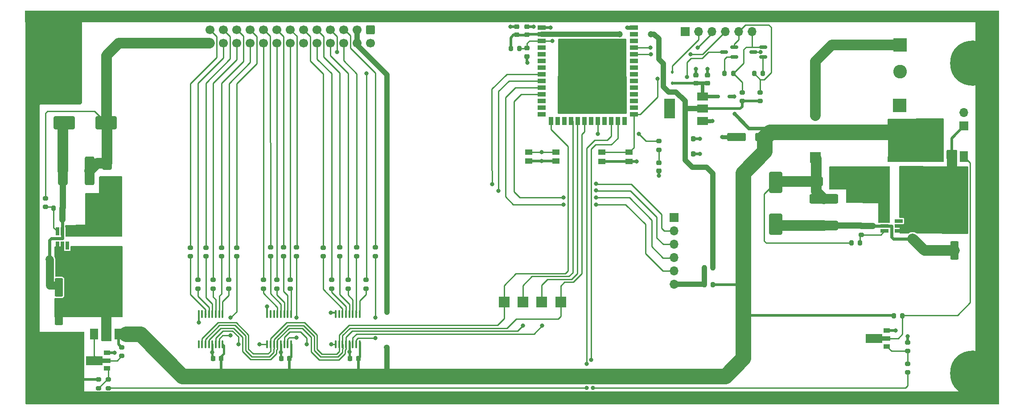
<source format=gtl>
G04 #@! TF.GenerationSoftware,KiCad,Pcbnew,7.0.9*
G04 #@! TF.CreationDate,2023-12-07T14:07:32+01:00*
G04 #@! TF.ProjectId,ESP32-S3_flipdot,45535033-322d-4533-935f-666c6970646f,rev?*
G04 #@! TF.SameCoordinates,Original*
G04 #@! TF.FileFunction,Copper,L1,Top*
G04 #@! TF.FilePolarity,Positive*
%FSLAX46Y46*%
G04 Gerber Fmt 4.6, Leading zero omitted, Abs format (unit mm)*
G04 Created by KiCad (PCBNEW 7.0.9) date 2023-12-07 14:07:32*
%MOMM*%
%LPD*%
G01*
G04 APERTURE LIST*
G04 Aperture macros list*
%AMRoundRect*
0 Rectangle with rounded corners*
0 $1 Rounding radius*
0 $2 $3 $4 $5 $6 $7 $8 $9 X,Y pos of 4 corners*
0 Add a 4 corners polygon primitive as box body*
4,1,4,$2,$3,$4,$5,$6,$7,$8,$9,$2,$3,0*
0 Add four circle primitives for the rounded corners*
1,1,$1+$1,$2,$3*
1,1,$1+$1,$4,$5*
1,1,$1+$1,$6,$7*
1,1,$1+$1,$8,$9*
0 Add four rect primitives between the rounded corners*
20,1,$1+$1,$2,$3,$4,$5,0*
20,1,$1+$1,$4,$5,$6,$7,0*
20,1,$1+$1,$6,$7,$8,$9,0*
20,1,$1+$1,$8,$9,$2,$3,0*%
%AMFreePoly0*
4,1,9,3.862500,-0.866500,0.737500,-0.866500,0.737500,-0.450000,-0.737500,-0.450000,-0.737500,0.450000,0.737500,0.450000,0.737500,0.866500,3.862500,0.866500,3.862500,-0.866500,3.862500,-0.866500,$1*%
G04 Aperture macros list end*
G04 #@! TA.AperFunction,ComponentPad*
%ADD10C,8.600000*%
G04 #@! TD*
G04 #@! TA.AperFunction,SMDPad,CuDef*
%ADD11RoundRect,0.225000X-0.250000X0.225000X-0.250000X-0.225000X0.250000X-0.225000X0.250000X0.225000X0*%
G04 #@! TD*
G04 #@! TA.AperFunction,SMDPad,CuDef*
%ADD12RoundRect,0.250000X0.650000X2.450000X-0.650000X2.450000X-0.650000X-2.450000X0.650000X-2.450000X0*%
G04 #@! TD*
G04 #@! TA.AperFunction,SMDPad,CuDef*
%ADD13RoundRect,0.200000X0.275000X-0.200000X0.275000X0.200000X-0.275000X0.200000X-0.275000X-0.200000X0*%
G04 #@! TD*
G04 #@! TA.AperFunction,ComponentPad*
%ADD14R,2.000000X2.000000*%
G04 #@! TD*
G04 #@! TA.AperFunction,SMDPad,CuDef*
%ADD15R,2.000000X1.500000*%
G04 #@! TD*
G04 #@! TA.AperFunction,SMDPad,CuDef*
%ADD16R,2.000000X3.800000*%
G04 #@! TD*
G04 #@! TA.AperFunction,SMDPad,CuDef*
%ADD17RoundRect,0.225000X0.250000X-0.225000X0.250000X0.225000X-0.250000X0.225000X-0.250000X-0.225000X0*%
G04 #@! TD*
G04 #@! TA.AperFunction,ComponentPad*
%ADD18R,1.700000X1.700000*%
G04 #@! TD*
G04 #@! TA.AperFunction,ComponentPad*
%ADD19O,1.700000X1.700000*%
G04 #@! TD*
G04 #@! TA.AperFunction,SMDPad,CuDef*
%ADD20RoundRect,0.250000X0.250000X0.475000X-0.250000X0.475000X-0.250000X-0.475000X0.250000X-0.475000X0*%
G04 #@! TD*
G04 #@! TA.AperFunction,SMDPad,CuDef*
%ADD21RoundRect,0.200000X0.200000X0.275000X-0.200000X0.275000X-0.200000X-0.275000X0.200000X-0.275000X0*%
G04 #@! TD*
G04 #@! TA.AperFunction,SMDPad,CuDef*
%ADD22RoundRect,0.250000X-0.650000X1.000000X-0.650000X-1.000000X0.650000X-1.000000X0.650000X1.000000X0*%
G04 #@! TD*
G04 #@! TA.AperFunction,SMDPad,CuDef*
%ADD23RoundRect,0.200000X-0.200000X-0.275000X0.200000X-0.275000X0.200000X0.275000X-0.200000X0.275000X0*%
G04 #@! TD*
G04 #@! TA.AperFunction,SMDPad,CuDef*
%ADD24RoundRect,0.100000X-0.100000X0.637500X-0.100000X-0.637500X0.100000X-0.637500X0.100000X0.637500X0*%
G04 #@! TD*
G04 #@! TA.AperFunction,SMDPad,CuDef*
%ADD25RoundRect,0.200000X-0.275000X0.200000X-0.275000X-0.200000X0.275000X-0.200000X0.275000X0.200000X0*%
G04 #@! TD*
G04 #@! TA.AperFunction,SMDPad,CuDef*
%ADD26RoundRect,0.225000X0.225000X0.250000X-0.225000X0.250000X-0.225000X-0.250000X0.225000X-0.250000X0*%
G04 #@! TD*
G04 #@! TA.AperFunction,SMDPad,CuDef*
%ADD27R,4.100000X4.100000*%
G04 #@! TD*
G04 #@! TA.AperFunction,SMDPad,CuDef*
%ADD28RoundRect,0.250000X-0.475000X0.250000X-0.475000X-0.250000X0.475000X-0.250000X0.475000X0.250000X0*%
G04 #@! TD*
G04 #@! TA.AperFunction,SMDPad,CuDef*
%ADD29RoundRect,0.225000X-0.225000X-0.250000X0.225000X-0.250000X0.225000X0.250000X-0.225000X0.250000X0*%
G04 #@! TD*
G04 #@! TA.AperFunction,ComponentPad*
%ADD30R,2.600000X2.600000*%
G04 #@! TD*
G04 #@! TA.AperFunction,ComponentPad*
%ADD31C,2.600000*%
G04 #@! TD*
G04 #@! TA.AperFunction,ComponentPad*
%ADD32RoundRect,0.250000X-0.600000X0.600000X-0.600000X-0.600000X0.600000X-0.600000X0.600000X0.600000X0*%
G04 #@! TD*
G04 #@! TA.AperFunction,ComponentPad*
%ADD33C,1.700000*%
G04 #@! TD*
G04 #@! TA.AperFunction,SMDPad,CuDef*
%ADD34RoundRect,0.112500X-0.187500X-0.112500X0.187500X-0.112500X0.187500X0.112500X-0.187500X0.112500X0*%
G04 #@! TD*
G04 #@! TA.AperFunction,SMDPad,CuDef*
%ADD35R,1.500000X0.900000*%
G04 #@! TD*
G04 #@! TA.AperFunction,SMDPad,CuDef*
%ADD36R,0.900000X1.500000*%
G04 #@! TD*
G04 #@! TA.AperFunction,SMDPad,CuDef*
%ADD37R,0.900000X0.900000*%
G04 #@! TD*
G04 #@! TA.AperFunction,SMDPad,CuDef*
%ADD38RoundRect,0.250000X0.550000X-1.500000X0.550000X1.500000X-0.550000X1.500000X-0.550000X-1.500000X0*%
G04 #@! TD*
G04 #@! TA.AperFunction,SMDPad,CuDef*
%ADD39RoundRect,0.250000X-0.550000X1.500000X-0.550000X-1.500000X0.550000X-1.500000X0.550000X1.500000X0*%
G04 #@! TD*
G04 #@! TA.AperFunction,SMDPad,CuDef*
%ADD40RoundRect,0.250000X-1.000000X-0.650000X1.000000X-0.650000X1.000000X0.650000X-1.000000X0.650000X0*%
G04 #@! TD*
G04 #@! TA.AperFunction,SMDPad,CuDef*
%ADD41R,1.500000X2.000000*%
G04 #@! TD*
G04 #@! TA.AperFunction,SMDPad,CuDef*
%ADD42R,3.800000X2.000000*%
G04 #@! TD*
G04 #@! TA.AperFunction,SMDPad,CuDef*
%ADD43RoundRect,0.112500X0.112500X-0.187500X0.112500X0.187500X-0.112500X0.187500X-0.112500X-0.187500X0*%
G04 #@! TD*
G04 #@! TA.AperFunction,SMDPad,CuDef*
%ADD44RoundRect,0.150000X0.587500X0.150000X-0.587500X0.150000X-0.587500X-0.150000X0.587500X-0.150000X0*%
G04 #@! TD*
G04 #@! TA.AperFunction,SMDPad,CuDef*
%ADD45RoundRect,0.250000X1.750000X1.000000X-1.750000X1.000000X-1.750000X-1.000000X1.750000X-1.000000X0*%
G04 #@! TD*
G04 #@! TA.AperFunction,SMDPad,CuDef*
%ADD46RoundRect,0.250000X-2.450000X0.650000X-2.450000X-0.650000X2.450000X-0.650000X2.450000X0.650000X0*%
G04 #@! TD*
G04 #@! TA.AperFunction,SMDPad,CuDef*
%ADD47RoundRect,0.250000X-1.000000X1.750000X-1.000000X-1.750000X1.000000X-1.750000X1.000000X1.750000X0*%
G04 #@! TD*
G04 #@! TA.AperFunction,SMDPad,CuDef*
%ADD48R,1.450000X1.000000*%
G04 #@! TD*
G04 #@! TA.AperFunction,SMDPad,CuDef*
%ADD49R,1.300000X0.900000*%
G04 #@! TD*
G04 #@! TA.AperFunction,SMDPad,CuDef*
%ADD50FreePoly0,180.000000*%
G04 #@! TD*
G04 #@! TA.AperFunction,SMDPad,CuDef*
%ADD51R,1.560000X0.650000*%
G04 #@! TD*
G04 #@! TA.AperFunction,SMDPad,CuDef*
%ADD52RoundRect,0.218750X0.256250X-0.218750X0.256250X0.218750X-0.256250X0.218750X-0.256250X-0.218750X0*%
G04 #@! TD*
G04 #@! TA.AperFunction,SMDPad,CuDef*
%ADD53R,0.650000X1.560000*%
G04 #@! TD*
G04 #@! TA.AperFunction,SMDPad,CuDef*
%ADD54RoundRect,0.250000X1.500000X0.550000X-1.500000X0.550000X-1.500000X-0.550000X1.500000X-0.550000X0*%
G04 #@! TD*
G04 #@! TA.AperFunction,ViaPad*
%ADD55C,1.200000*%
G04 #@! TD*
G04 #@! TA.AperFunction,ViaPad*
%ADD56C,0.800000*%
G04 #@! TD*
G04 #@! TA.AperFunction,Conductor*
%ADD57C,0.600000*%
G04 #@! TD*
G04 #@! TA.AperFunction,Conductor*
%ADD58C,0.500000*%
G04 #@! TD*
G04 #@! TA.AperFunction,Conductor*
%ADD59C,0.800000*%
G04 #@! TD*
G04 #@! TA.AperFunction,Conductor*
%ADD60C,2.000000*%
G04 #@! TD*
G04 #@! TA.AperFunction,Conductor*
%ADD61C,1.200000*%
G04 #@! TD*
G04 #@! TA.AperFunction,Conductor*
%ADD62C,0.250000*%
G04 #@! TD*
G04 #@! TA.AperFunction,Conductor*
%ADD63C,0.300000*%
G04 #@! TD*
G04 #@! TA.AperFunction,Conductor*
%ADD64C,0.400000*%
G04 #@! TD*
G04 #@! TA.AperFunction,Conductor*
%ADD65C,1.500000*%
G04 #@! TD*
G04 #@! TA.AperFunction,Conductor*
%ADD66C,3.000000*%
G04 #@! TD*
G04 #@! TA.AperFunction,Conductor*
%ADD67C,0.700000*%
G04 #@! TD*
G04 #@! TA.AperFunction,Conductor*
%ADD68C,1.000000*%
G04 #@! TD*
G04 APERTURE END LIST*
D10*
X230000000Y-119000000D03*
D11*
X145360000Y-57170000D03*
X145360000Y-58720000D03*
D12*
X62240000Y-80480000D03*
X57140000Y-80480000D03*
D13*
X97800000Y-102930000D03*
X97800000Y-101280000D03*
D14*
X144550000Y-105500000D03*
D15*
X178700000Y-71000000D03*
X178700000Y-68700000D03*
X178700000Y-66400000D03*
D16*
X172400000Y-68700000D03*
D17*
X177400000Y-63837500D03*
X177400000Y-62287500D03*
D18*
X228300000Y-72000000D03*
D19*
X228300000Y-69460000D03*
D20*
X56560000Y-97370000D03*
X54660000Y-97370000D03*
D21*
X180665000Y-98970000D03*
X179015000Y-98970000D03*
D22*
X65590000Y-79040000D03*
X65590000Y-83040000D03*
D10*
X230000000Y-60000000D03*
D23*
X142240000Y-57190000D03*
X143890000Y-57190000D03*
D24*
X87520000Y-107800000D03*
X86870000Y-107800000D03*
X86220000Y-107800000D03*
X85570000Y-107800000D03*
X84920000Y-107800000D03*
X84270000Y-107800000D03*
X83620000Y-107800000D03*
X82970000Y-107800000D03*
X82970000Y-113525000D03*
X83620000Y-113525000D03*
X84270000Y-113525000D03*
X84920000Y-113525000D03*
X85570000Y-113525000D03*
X86220000Y-113525000D03*
X86870000Y-113525000D03*
X87520000Y-113525000D03*
D17*
X145300000Y-54612500D03*
X145300000Y-53062500D03*
D25*
X170400000Y-74880000D03*
X170400000Y-76530000D03*
D26*
X113280000Y-116205000D03*
X111730000Y-116205000D03*
D14*
X148133333Y-105500000D03*
D25*
X53840000Y-85730000D03*
X53840000Y-87380000D03*
D24*
X113555000Y-107800000D03*
X112905000Y-107800000D03*
X112255000Y-107800000D03*
X111605000Y-107800000D03*
X110955000Y-107800000D03*
X110305000Y-107800000D03*
X109655000Y-107800000D03*
X109005000Y-107800000D03*
X109005000Y-113525000D03*
X109655000Y-113525000D03*
X110305000Y-113525000D03*
X110955000Y-113525000D03*
X111605000Y-113525000D03*
X112255000Y-113525000D03*
X112905000Y-113525000D03*
X113555000Y-113525000D03*
D27*
X65570000Y-97780000D03*
X65570000Y-88280000D03*
D18*
X175360000Y-54000000D03*
D19*
X177900000Y-54000000D03*
X180440000Y-54000000D03*
X182980000Y-54000000D03*
X185520000Y-54000000D03*
X188060000Y-54000000D03*
D13*
X217660000Y-118900000D03*
X217660000Y-117250000D03*
D25*
X189600000Y-65587500D03*
X189600000Y-67237500D03*
D13*
X95280000Y-102945000D03*
X95280000Y-101295000D03*
D28*
X218570000Y-91540000D03*
X218570000Y-93440000D03*
D17*
X143400000Y-54612500D03*
X143400000Y-53062500D03*
D25*
X96595000Y-95110000D03*
X96595000Y-96760000D03*
D26*
X87270000Y-116225000D03*
X85720000Y-116225000D03*
D13*
X100360000Y-102930000D03*
X100360000Y-101280000D03*
D29*
X175362500Y-74400000D03*
X176912500Y-74400000D03*
D25*
X106605000Y-95140000D03*
X106605000Y-96790000D03*
D13*
X82800000Y-102950000D03*
X82800000Y-101300000D03*
D30*
X216140000Y-68060000D03*
D31*
X216140000Y-73140000D03*
D32*
X115615000Y-53665000D03*
D33*
X115615000Y-56205000D03*
X113075000Y-53665000D03*
X113075000Y-56205000D03*
X110535000Y-53665000D03*
X110535000Y-56205000D03*
X107995000Y-53665000D03*
X107995000Y-56205000D03*
X105455000Y-53665000D03*
X105455000Y-56205000D03*
X102915000Y-53665000D03*
X102915000Y-56205000D03*
X100375000Y-53665000D03*
X100375000Y-56205000D03*
X97835000Y-53665000D03*
X97835000Y-56205000D03*
X95295000Y-53665000D03*
X95295000Y-56205000D03*
X92755000Y-53665000D03*
X92755000Y-56205000D03*
X90215000Y-53665000D03*
X90215000Y-56205000D03*
X87675000Y-53665000D03*
X87675000Y-56205000D03*
X85135000Y-53665000D03*
X85135000Y-56205000D03*
D34*
X181625000Y-66375000D03*
X183725000Y-66375000D03*
D10*
X55000000Y-60000000D03*
D25*
X101555000Y-95110000D03*
X101555000Y-96760000D03*
D35*
X148100000Y-53230000D03*
X148100000Y-54500000D03*
X148100000Y-55770000D03*
X148100000Y-57040000D03*
X148100000Y-58310000D03*
X148100000Y-59580000D03*
X148100000Y-60850000D03*
X148100000Y-62120000D03*
X148100000Y-63390000D03*
X148100000Y-64660000D03*
X148100000Y-65930000D03*
X148100000Y-67200000D03*
X148100000Y-68470000D03*
X148100000Y-69740000D03*
D36*
X149865000Y-70990000D03*
X151135000Y-70990000D03*
X152405000Y-70990000D03*
X153675000Y-70990000D03*
X154945000Y-70990000D03*
X156215000Y-70990000D03*
X157485000Y-70990000D03*
X158755000Y-70990000D03*
X160025000Y-70990000D03*
X161295000Y-70990000D03*
X162565000Y-70990000D03*
X163835000Y-70990000D03*
D35*
X165600000Y-69740000D03*
X165600000Y-68470000D03*
X165600000Y-67200000D03*
X165600000Y-65930000D03*
X165600000Y-64660000D03*
X165600000Y-63390000D03*
X165600000Y-62120000D03*
X165600000Y-60850000D03*
X165600000Y-59580000D03*
X165600000Y-58310000D03*
X165600000Y-57040000D03*
X165600000Y-55770000D03*
X165600000Y-54500000D03*
X165600000Y-53230000D03*
D37*
X153950000Y-59550000D03*
X153950000Y-60950000D03*
X153950000Y-62350000D03*
X155350000Y-59550000D03*
X155350000Y-60950000D03*
X155350000Y-62350000D03*
X156750000Y-59550000D03*
X156750000Y-60950000D03*
X156750000Y-62350000D03*
D38*
X56400000Y-108100000D03*
X56400000Y-102700000D03*
D25*
X116520000Y-95090000D03*
X116520000Y-96740000D03*
X68350000Y-114125000D03*
X68350000Y-115775000D03*
D39*
X226500000Y-90300000D03*
X226500000Y-95700000D03*
D13*
X65850000Y-121900000D03*
X65850000Y-120250000D03*
D25*
X109770000Y-95105000D03*
X109770000Y-96755000D03*
D40*
X200240000Y-82510000D03*
X204240000Y-82510000D03*
D25*
X87325000Y-95150000D03*
X87325000Y-96800000D03*
D13*
X208800000Y-92685000D03*
X208800000Y-91035000D03*
D26*
X100200000Y-116207500D03*
X98650000Y-116207500D03*
D13*
X112970000Y-96745000D03*
X112970000Y-95095000D03*
D25*
X84375000Y-95140000D03*
X84375000Y-96790000D03*
D41*
X63150000Y-111600000D03*
X65450000Y-111600000D03*
D42*
X65450000Y-105300000D03*
D41*
X67750000Y-111600000D03*
D14*
X200100000Y-78000000D03*
D23*
X55415000Y-87600000D03*
X57065000Y-87600000D03*
D43*
X172900000Y-63800000D03*
X172900000Y-61700000D03*
D13*
X111360000Y-102925000D03*
X111360000Y-101275000D03*
D25*
X99105000Y-95110000D03*
X99105000Y-96760000D03*
D21*
X180640000Y-102170000D03*
X178990000Y-102170000D03*
D44*
X184650000Y-58850000D03*
X184650000Y-56950000D03*
X182775000Y-57900000D03*
D29*
X175387500Y-77300000D03*
X176937500Y-77300000D03*
D45*
X65400000Y-71400000D03*
X57400000Y-71400000D03*
D46*
X201680000Y-85860000D03*
X201680000Y-90960000D03*
D13*
X63950000Y-121900000D03*
X63950000Y-120250000D03*
D47*
X192600000Y-82700000D03*
X192600000Y-90700000D03*
D48*
X150800000Y-78650000D03*
X145650000Y-78650000D03*
X150800000Y-76950000D03*
X145650000Y-76950000D03*
D14*
X140966667Y-105500000D03*
D49*
X213650000Y-113950000D03*
D50*
X213562500Y-112450000D03*
D49*
X213650000Y-110950000D03*
D18*
X173300000Y-89440000D03*
D19*
X173300000Y-91980000D03*
X173300000Y-94520000D03*
X173300000Y-97060000D03*
X173300000Y-99600000D03*
X173300000Y-102140000D03*
D23*
X215000000Y-108150000D03*
X216650000Y-108150000D03*
D41*
X228300000Y-77780000D03*
X226000000Y-77780000D03*
D42*
X226000000Y-84080000D03*
D41*
X223700000Y-77780000D03*
D17*
X179600000Y-63837500D03*
X179600000Y-62287500D03*
D48*
X164700000Y-78700000D03*
X159550000Y-78700000D03*
X164700000Y-77000000D03*
X159550000Y-77000000D03*
D25*
X114790000Y-101275000D03*
X114790000Y-102925000D03*
D51*
X213257500Y-90070000D03*
X213257500Y-91020000D03*
X213257500Y-91970000D03*
X215957500Y-91970000D03*
X215957500Y-91020000D03*
X215957500Y-90070000D03*
D13*
X108200000Y-102925000D03*
X108200000Y-101275000D03*
D25*
X90225000Y-95140000D03*
X90225000Y-96790000D03*
D23*
X188462500Y-62000000D03*
X190112500Y-62000000D03*
D14*
X65450000Y-61150000D03*
D25*
X186200000Y-65587500D03*
X186200000Y-67237500D03*
D23*
X206930000Y-94260000D03*
X208580000Y-94260000D03*
D52*
X170375000Y-80530000D03*
X170375000Y-78955000D03*
D25*
X81415000Y-95130000D03*
X81415000Y-96780000D03*
D14*
X151716667Y-105500000D03*
D24*
X100537500Y-107800000D03*
X99887500Y-107800000D03*
X99237500Y-107800000D03*
X98587500Y-107800000D03*
X97937500Y-107800000D03*
X97287500Y-107800000D03*
X96637500Y-107800000D03*
X95987500Y-107800000D03*
X95987500Y-113525000D03*
X96637500Y-113525000D03*
X97287500Y-113525000D03*
X97937500Y-113525000D03*
X98587500Y-113525000D03*
X99237500Y-113525000D03*
X99887500Y-113525000D03*
X100537500Y-113525000D03*
D49*
X65580000Y-118130000D03*
D50*
X65492500Y-116630000D03*
D49*
X65580000Y-115130000D03*
D13*
X217660000Y-114840000D03*
X217660000Y-113190000D03*
D53*
X58030000Y-92057500D03*
X57080000Y-92057500D03*
X56130000Y-92057500D03*
X56130000Y-94757500D03*
X57080000Y-94757500D03*
X58030000Y-94757500D03*
D13*
X88700000Y-102950000D03*
X88700000Y-101300000D03*
D21*
X184500000Y-62000000D03*
X182850000Y-62000000D03*
D30*
X216160000Y-56550000D03*
D31*
X216160000Y-61630000D03*
D13*
X85725000Y-102950000D03*
X85725000Y-101300000D03*
D27*
X218980000Y-82530000D03*
X209480000Y-82530000D03*
D44*
X190175000Y-58850000D03*
X190175000Y-56950000D03*
X188300000Y-57900000D03*
D54*
X190475000Y-74100000D03*
X185075000Y-74100000D03*
D10*
X55000000Y-119000000D03*
D55*
X161410748Y-57532222D03*
X161410748Y-61738888D03*
X233820000Y-113327142D03*
X157792250Y-56130000D03*
X142851112Y-51160000D03*
X159571499Y-61738888D03*
X152454503Y-65945554D03*
X113567223Y-124030000D03*
X157792250Y-64543332D03*
X161410748Y-68750000D03*
D56*
X177390000Y-61120000D03*
D55*
X51140000Y-84180000D03*
X94070557Y-51160000D03*
X152454503Y-61738888D03*
X191631667Y-51160000D03*
X159571499Y-60336666D03*
X156013001Y-67347776D03*
X152454503Y-64543332D03*
X233820000Y-93895714D03*
X211128333Y-124030000D03*
X191616111Y-124030000D03*
X163130000Y-68750000D03*
X154233752Y-64543332D03*
D56*
X111605000Y-115010000D03*
D55*
X233820000Y-55032858D03*
X152607223Y-51160000D03*
X74558335Y-51160000D03*
D56*
X142160000Y-53050000D03*
D55*
X94055001Y-124030000D03*
D56*
X98587500Y-115030000D03*
D55*
X163130000Y-56130000D03*
X156013001Y-64543332D03*
D56*
X145370000Y-59900000D03*
D55*
X154233752Y-68750000D03*
X220900000Y-51160000D03*
X152454503Y-60336666D03*
X55046113Y-51160000D03*
X162363334Y-51160000D03*
D56*
X182410000Y-74100000D03*
X211040000Y-91020000D03*
D55*
X157890000Y-63150000D03*
X161410748Y-67347776D03*
X161410748Y-65945554D03*
X159571499Y-65945554D03*
X51140000Y-123042858D03*
X64786668Y-124030000D03*
X51140000Y-93895714D03*
X64802224Y-51160000D03*
D56*
X215320000Y-110920000D03*
D55*
X152591667Y-124030000D03*
D56*
X164330000Y-53230000D03*
D55*
X162347778Y-124030000D03*
D56*
X108100000Y-107500000D03*
D55*
X157792250Y-68750000D03*
X152454503Y-58934444D03*
X172103889Y-124030000D03*
X159571499Y-68750000D03*
X233820000Y-74464286D03*
X233820000Y-123042858D03*
X163130000Y-61738888D03*
X152454503Y-63141110D03*
X181860000Y-124030000D03*
X157792250Y-65945554D03*
X157890000Y-60345556D03*
X163130000Y-67347776D03*
D56*
X146550000Y-53080000D03*
X217660000Y-112010000D03*
X180520000Y-71000000D03*
D55*
X154233752Y-65945554D03*
X152454503Y-67347776D03*
X156013001Y-56130000D03*
X230656113Y-51160000D03*
D56*
X57080000Y-89840000D03*
X149790000Y-53210000D03*
D55*
X211143889Y-51160000D03*
X154233752Y-67347776D03*
X152454503Y-56130000D03*
X152454503Y-68750000D03*
X51140000Y-103611428D03*
X103811112Y-124030000D03*
X161410748Y-56130000D03*
X172119445Y-51160000D03*
X157792250Y-57532222D03*
X152454503Y-57532222D03*
X161410748Y-60336666D03*
X103826668Y-51160000D03*
X74542779Y-124030000D03*
D56*
X82970000Y-109400000D03*
D55*
X233820000Y-64748572D03*
X51140000Y-64748572D03*
D56*
X166140000Y-78720000D03*
X96000000Y-106299996D03*
D55*
X163130000Y-60336666D03*
X133095001Y-51160000D03*
D56*
X85570000Y-115050000D03*
D55*
X51140000Y-74464286D03*
D56*
X178200000Y-77300000D03*
X148150000Y-78650000D03*
D55*
X84314446Y-51160000D03*
X163130000Y-64543332D03*
X156013001Y-68750000D03*
X84298890Y-124030000D03*
X201372222Y-124030000D03*
X133079445Y-124030000D03*
D56*
X67020000Y-115130000D03*
D55*
X159571499Y-57532222D03*
X181875556Y-51160000D03*
X123323334Y-124030000D03*
X51140000Y-55032858D03*
X154233752Y-57532222D03*
X159571499Y-56130000D03*
X163130000Y-58934444D03*
X123338890Y-51160000D03*
X159571499Y-64543332D03*
X142835556Y-124030000D03*
X51140000Y-113327142D03*
X159571499Y-67347776D03*
X161410748Y-63141110D03*
X230640557Y-124030000D03*
X159571499Y-63141110D03*
X163130000Y-63141110D03*
D56*
X170400000Y-81480000D03*
D55*
X159571499Y-58934444D03*
D56*
X179620000Y-61120000D03*
D55*
X233820000Y-103611428D03*
X161410748Y-58934444D03*
X157792250Y-67347776D03*
X156013001Y-65945554D03*
X163130000Y-65945554D03*
X55030557Y-124030000D03*
X163130000Y-57532222D03*
D56*
X178200000Y-74400000D03*
D55*
X157890000Y-58943334D03*
X220884444Y-124030000D03*
X233820000Y-84180000D03*
X201387778Y-51160000D03*
X156013001Y-57532222D03*
X157890000Y-61747778D03*
X113582779Y-51160000D03*
X161410748Y-64543332D03*
X154233752Y-56130000D03*
D56*
X184740000Y-69700000D03*
X184710000Y-66400000D03*
X118684236Y-114110496D03*
X118700000Y-107400000D03*
X157880000Y-121860000D03*
X157500000Y-116475000D03*
X150175000Y-55775000D03*
X148150000Y-76950000D03*
X189650000Y-57900000D03*
D55*
X168820000Y-54480000D03*
X162930000Y-54480000D03*
D56*
X168800000Y-57025000D03*
X177780000Y-57025000D03*
X176390000Y-58300000D03*
X168820000Y-58300000D03*
X170100000Y-63000000D03*
X175725000Y-62675000D03*
X101550000Y-108490000D03*
X101550000Y-112250000D03*
X116540000Y-112375000D03*
X116540000Y-108490000D03*
X89050000Y-108490000D03*
X89050000Y-111850000D03*
X166590000Y-73520000D03*
X158760000Y-73520000D03*
X144550000Y-110000000D03*
X148200000Y-110000000D03*
X158460000Y-84270000D03*
X139925000Y-84300000D03*
X158460000Y-83010000D03*
X138675000Y-83050000D03*
X152250000Y-85600000D03*
X158460000Y-85600000D03*
X158460000Y-86910000D03*
X152250000Y-86910000D03*
X156650000Y-121860000D03*
X156625000Y-117225000D03*
X200100000Y-70000000D03*
X114810000Y-61965000D03*
X109270000Y-57935000D03*
X108150000Y-113500000D03*
X103525500Y-113500000D03*
X94550000Y-113500000D03*
X90500000Y-113500000D03*
D57*
X214580000Y-91020000D02*
X213257500Y-91020000D01*
X57080000Y-93400000D02*
X55000000Y-93400000D01*
D58*
X211025000Y-91035000D02*
X211040000Y-91020000D01*
D59*
X178700000Y-71000000D02*
X180225000Y-71000000D01*
D58*
X179600000Y-62287500D02*
X179600000Y-61140000D01*
X177400000Y-62287500D02*
X177400000Y-61130000D01*
D60*
X226500000Y-95700000D02*
X221500000Y-95700000D01*
D59*
X185075000Y-74100000D02*
X182410000Y-74100000D01*
D58*
X213650000Y-110950000D02*
X215290000Y-110950000D01*
D61*
X57140000Y-87555000D02*
X57140000Y-80480000D01*
D58*
X146400000Y-53100000D02*
X145337500Y-53100000D01*
X57065000Y-89825000D02*
X57080000Y-89840000D01*
D61*
X208800000Y-91035000D02*
X211025000Y-91035000D01*
D58*
X145650000Y-78650000D02*
X150800000Y-78650000D01*
D62*
X85570000Y-115775000D02*
X85745000Y-115950000D01*
D58*
X170375000Y-81455000D02*
X170400000Y-81480000D01*
D60*
X220830000Y-95700000D02*
X218570000Y-93440000D01*
D58*
X164700000Y-78700000D02*
X166120000Y-78700000D01*
X166120000Y-78700000D02*
X166140000Y-78720000D01*
X170375000Y-80530000D02*
X170375000Y-81455000D01*
D63*
X82970000Y-107825000D02*
X82970000Y-109400000D01*
D58*
X56250000Y-120250000D02*
X55000000Y-119000000D01*
X217660000Y-113190000D02*
X217660000Y-112010000D01*
X145337500Y-53100000D02*
X145300000Y-53062500D01*
D59*
X165600000Y-53230000D02*
X164330000Y-53230000D01*
D64*
X111605000Y-113217500D02*
X111605000Y-116080000D01*
D60*
X57140000Y-80480000D02*
X57140000Y-71660000D01*
D58*
X176912500Y-77275000D02*
X176937500Y-77300000D01*
X208815000Y-91020000D02*
X208800000Y-91035000D01*
X215290000Y-110950000D02*
X215320000Y-110920000D01*
D57*
X57080000Y-92057500D02*
X57080000Y-89840000D01*
D60*
X221500000Y-95700000D02*
X220830000Y-95700000D01*
D57*
X214600000Y-93100000D02*
X214940000Y-93440000D01*
D64*
X98587500Y-113525000D02*
X98587500Y-116145000D01*
D65*
X54750000Y-97460000D02*
X54660000Y-97370000D01*
D63*
X108100000Y-107500000D02*
X108997500Y-107500000D01*
D58*
X179600000Y-61140000D02*
X179620000Y-61120000D01*
D63*
X95987500Y-106312496D02*
X96000000Y-106299996D01*
D58*
X159550000Y-78700000D02*
X164700000Y-78700000D01*
D61*
X208755000Y-90960000D02*
X201680000Y-90960000D01*
D57*
X213257500Y-91020000D02*
X211040000Y-91020000D01*
D60*
X201680000Y-90960000D02*
X192860000Y-90960000D01*
D65*
X56050000Y-102350000D02*
X56400000Y-102700000D01*
X54750000Y-102350000D02*
X54750000Y-97460000D01*
D58*
X148100000Y-53230000D02*
X149770000Y-53230000D01*
X63950000Y-120250000D02*
X56250000Y-120250000D01*
D62*
X98587500Y-116145000D02*
X98650000Y-116207500D01*
D58*
X176937500Y-77300000D02*
X178200000Y-77300000D01*
D57*
X214940000Y-93440000D02*
X218570000Y-93440000D01*
D63*
X95987500Y-107800000D02*
X95987500Y-106312496D01*
D58*
X149770000Y-53230000D02*
X149790000Y-53210000D01*
X176968750Y-74400000D02*
X178231250Y-74400000D01*
X57080000Y-87615000D02*
X57065000Y-87600000D01*
X145360000Y-58720000D02*
X145360000Y-59890000D01*
D60*
X57140000Y-71660000D02*
X57400000Y-71400000D01*
D58*
X65580000Y-115130000D02*
X67020000Y-115130000D01*
D63*
X108997500Y-107500000D02*
X109005000Y-107492500D01*
D64*
X85570000Y-113550000D02*
X85570000Y-115775000D01*
D62*
X111605000Y-116080000D02*
X111730000Y-116205000D01*
D57*
X55000000Y-93400000D02*
X54660000Y-93740000D01*
D61*
X57065000Y-87600000D02*
X57065000Y-89825000D01*
D58*
X208815000Y-91020000D02*
X208755000Y-90960000D01*
D57*
X57080000Y-93380000D02*
X57080000Y-92057500D01*
D60*
X192860000Y-90960000D02*
X192600000Y-90700000D01*
D57*
X54660000Y-93740000D02*
X54660000Y-97370000D01*
D58*
X142172500Y-53062500D02*
X142160000Y-53050000D01*
D65*
X54750000Y-102350000D02*
X56050000Y-102350000D01*
D58*
X177400000Y-61130000D02*
X177390000Y-61120000D01*
X57080000Y-87615000D02*
X57140000Y-87555000D01*
X143400000Y-53062500D02*
X142172500Y-53062500D01*
D57*
X214600000Y-91020000D02*
X214600000Y-93100000D01*
D58*
X145360000Y-59890000D02*
X145370000Y-59900000D01*
D66*
X190475000Y-74100000D02*
X191435000Y-73140000D01*
D67*
X184740000Y-69700000D02*
X187515000Y-72475000D01*
D64*
X100540000Y-115867500D02*
X100475000Y-115932500D01*
D68*
X113075000Y-56205000D02*
X113075000Y-56575000D01*
D66*
X186400000Y-102000000D02*
X186400000Y-80900000D01*
D58*
X214850000Y-108000000D02*
X186400000Y-108000000D01*
X186230000Y-102170000D02*
X186400000Y-102000000D01*
D64*
X87750000Y-113780000D02*
X87520000Y-113550000D01*
D66*
X183000000Y-119600000D02*
X79900000Y-119600000D01*
D58*
X87270000Y-119920000D02*
X87260000Y-119930000D01*
D64*
X113555000Y-113217500D02*
X113610000Y-113272500D01*
D66*
X71900000Y-111600000D02*
X69200000Y-111600000D01*
X186400000Y-108000000D02*
X186400000Y-102000000D01*
X186400000Y-116200000D02*
X183000000Y-119600000D01*
D68*
X113075000Y-56205000D02*
X113075000Y-53665000D01*
D66*
X79900000Y-119600000D02*
X71900000Y-111600000D01*
X186400000Y-80900000D02*
X190475000Y-76825000D01*
D68*
X118700000Y-114126260D02*
X118684236Y-114110496D01*
D58*
X87270000Y-116225000D02*
X87270000Y-115995000D01*
D68*
X118700000Y-119730000D02*
X118700000Y-114126260D01*
D58*
X87270000Y-116225000D02*
X87270000Y-119920000D01*
X68350000Y-114125000D02*
X67750000Y-113525000D01*
X215000000Y-108150000D02*
X214850000Y-108000000D01*
D68*
X113075000Y-56575000D02*
X118700000Y-62200000D01*
D58*
X190800000Y-72475000D02*
X191450000Y-73125000D01*
D64*
X113610000Y-113272500D02*
X113610000Y-115875000D01*
D62*
X113280000Y-119780000D02*
X113130000Y-119930000D01*
D58*
X180640000Y-102170000D02*
X186230000Y-102170000D01*
D66*
X190475000Y-76825000D02*
X190475000Y-74100000D01*
D64*
X87750000Y-115335000D02*
X87750000Y-113780000D01*
X113610000Y-115875000D02*
X113555000Y-115930000D01*
D58*
X113280000Y-116205000D02*
X113280000Y-119780000D01*
D64*
X100540000Y-113572500D02*
X100540000Y-115867500D01*
D67*
X187515000Y-72475000D02*
X190800000Y-72475000D01*
D64*
X87270000Y-115815000D02*
X87750000Y-115335000D01*
D68*
X118500000Y-119930000D02*
X118700000Y-119730000D01*
D67*
X184685000Y-66375000D02*
X183725000Y-66375000D01*
D62*
X113555000Y-115930000D02*
X113280000Y-116205000D01*
D66*
X186400000Y-108000000D02*
X186400000Y-116200000D01*
X191435000Y-73140000D02*
X216140000Y-73140000D01*
D58*
X100200000Y-116207500D02*
X100200000Y-119892500D01*
X67750000Y-113525000D02*
X67750000Y-111600000D01*
D67*
X184710000Y-66400000D02*
X184685000Y-66375000D01*
D58*
X99930000Y-119910000D02*
X99910000Y-119930000D01*
D68*
X118700000Y-62200000D02*
X118700000Y-107400000D01*
D60*
X65590000Y-79040000D02*
X63680000Y-79040000D01*
X65450000Y-58550000D02*
X65450000Y-61150000D01*
D67*
X65450000Y-71350000D02*
X65400000Y-71400000D01*
D60*
X67785000Y-56215000D02*
X85030000Y-56215000D01*
D62*
X53840000Y-69560000D02*
X54200000Y-69200000D01*
X63200000Y-69200000D02*
X65400000Y-71400000D01*
D60*
X65590000Y-71590000D02*
X65400000Y-71400000D01*
X63680000Y-79040000D02*
X62240000Y-80480000D01*
X67785000Y-56215000D02*
X65450000Y-58550000D01*
D62*
X53840000Y-85730000D02*
X53840000Y-69560000D01*
D67*
X66250000Y-70550000D02*
X65400000Y-71400000D01*
D62*
X54200000Y-69200000D02*
X63200000Y-69200000D01*
D60*
X65450000Y-61150000D02*
X65450000Y-71350000D01*
X65590000Y-79040000D02*
X65590000Y-71590000D01*
X85030000Y-56215000D02*
X85030000Y-56205000D01*
D62*
X157500000Y-76400000D02*
X158340000Y-75560000D01*
X157500000Y-116475000D02*
X157500000Y-76400000D01*
X217660000Y-121440000D02*
X217660000Y-118900000D01*
X217240000Y-121860000D02*
X217660000Y-121440000D01*
X157880000Y-121860000D02*
X217240000Y-121860000D01*
X162565000Y-74295000D02*
X162565000Y-70990000D01*
X161300000Y-75560000D02*
X162565000Y-74295000D01*
X158340000Y-75560000D02*
X161300000Y-75560000D01*
X82975000Y-102950000D02*
X82800000Y-102950000D01*
X84920000Y-106470000D02*
X82800000Y-104350000D01*
X82800000Y-104350000D02*
X82800000Y-102950000D01*
X84920000Y-107800000D02*
X84920000Y-106470000D01*
X148070000Y-55800000D02*
X148100000Y-55770000D01*
X150175000Y-55775000D02*
X148105000Y-55775000D01*
X143890000Y-57190000D02*
X145340000Y-57190000D01*
X189650000Y-57900000D02*
X188300000Y-57900000D01*
X145810000Y-55770000D02*
X145360000Y-56220000D01*
X148105000Y-55775000D02*
X148100000Y-55770000D01*
X145360000Y-56220000D02*
X145360000Y-57170000D01*
X145650000Y-76950000D02*
X150800000Y-76950000D01*
X145340000Y-57190000D02*
X145360000Y-57170000D01*
X148100000Y-55770000D02*
X145810000Y-55770000D01*
D67*
X178700000Y-66400000D02*
X178700000Y-63837500D01*
X178700000Y-63837500D02*
X177400000Y-63837500D01*
D58*
X172900000Y-63800000D02*
X172937500Y-63837500D01*
X172937500Y-63837500D02*
X177400000Y-63837500D01*
D67*
X179600000Y-63837500D02*
X178700000Y-63837500D01*
X178700000Y-66400000D02*
X181600000Y-66400000D01*
D58*
X181600000Y-66400000D02*
X181625000Y-66375000D01*
D68*
X150700000Y-54500000D02*
X162910000Y-54500000D01*
X170350000Y-55380000D02*
X170350000Y-59250000D01*
X175382500Y-68700000D02*
X178700000Y-68700000D01*
D58*
X145500000Y-54500000D02*
X145300000Y-54700000D01*
D68*
X180665000Y-81005000D02*
X180665000Y-98970000D01*
D58*
X186200000Y-67237500D02*
X189600000Y-67237500D01*
X178700000Y-68700000D02*
X185825000Y-68700000D01*
X142807500Y-54612500D02*
X143400000Y-54612500D01*
D68*
X173610000Y-65510000D02*
X175362500Y-67262500D01*
X175362500Y-68680000D02*
X175382500Y-68700000D01*
D58*
X142240000Y-55180000D02*
X142807500Y-54612500D01*
D68*
X175387500Y-77300000D02*
X175387500Y-78477500D01*
X168820000Y-54480000D02*
X169450000Y-54480000D01*
X175362500Y-74400000D02*
X175362500Y-69312500D01*
D58*
X143375000Y-54725000D02*
X143400000Y-54700000D01*
D68*
X175387500Y-78477500D02*
X176720000Y-79810000D01*
X171250000Y-60150000D02*
X171250000Y-64550000D01*
X170350000Y-59250000D02*
X171250000Y-60150000D01*
X179470000Y-79810000D02*
X180665000Y-81005000D01*
X148100000Y-54500000D02*
X150700000Y-54500000D01*
D58*
X175387500Y-74425000D02*
X175362500Y-74400000D01*
D68*
X176720000Y-79810000D02*
X179470000Y-79810000D01*
X169450000Y-54480000D02*
X170350000Y-55380000D01*
X175362500Y-67262500D02*
X175362500Y-68680000D01*
D58*
X142240000Y-55180000D02*
X142240000Y-57190000D01*
D68*
X162910000Y-54500000D02*
X162930000Y-54480000D01*
D58*
X148100000Y-54500000D02*
X145500000Y-54500000D01*
X143400000Y-54700000D02*
X145300000Y-54700000D01*
D68*
X172210000Y-65510000D02*
X173610000Y-65510000D01*
X171250000Y-64550000D02*
X172210000Y-65510000D01*
X175362500Y-68680000D02*
X175362500Y-69312500D01*
D58*
X185825000Y-68700000D02*
X186200000Y-68325000D01*
X186200000Y-68325000D02*
X186200000Y-67237500D01*
D68*
X175387500Y-77300000D02*
X175387500Y-74425000D01*
D62*
X180440000Y-54365000D02*
X180440000Y-54000000D01*
X168800000Y-57025000D02*
X168785000Y-57040000D01*
X177780000Y-57025000D02*
X180440000Y-54365000D01*
X168785000Y-57040000D02*
X165600000Y-57040000D01*
X168820000Y-58300000D02*
X168810000Y-58310000D01*
X176390000Y-58300000D02*
X178680000Y-58300000D01*
X168810000Y-58310000D02*
X165600000Y-58310000D01*
X178680000Y-58300000D02*
X182980000Y-54000000D01*
X189600000Y-65587500D02*
X189600000Y-63137500D01*
X190382500Y-63137500D02*
X189600000Y-63137500D01*
X191200000Y-52710000D02*
X186810000Y-52710000D01*
X184650000Y-56425000D02*
X185520000Y-55555000D01*
X191675000Y-53185000D02*
X191675000Y-61845000D01*
X189600000Y-63137500D02*
X188462500Y-62000000D01*
X184650000Y-56950000D02*
X184650000Y-56425000D01*
X191675000Y-61845000D02*
X190382500Y-63137500D01*
X185520000Y-55555000D02*
X185520000Y-54000000D01*
X186810000Y-52710000D02*
X185520000Y-54000000D01*
X184595000Y-56895000D02*
X184650000Y-56950000D01*
X191200000Y-52710000D02*
X191675000Y-53185000D01*
X186200000Y-65587500D02*
X186200000Y-63700000D01*
X186200000Y-63700000D02*
X184500000Y-62000000D01*
X186500000Y-60000000D02*
X186500000Y-57400000D01*
X188060000Y-54000000D02*
X188060000Y-56940000D01*
X186950000Y-56950000D02*
X188050000Y-56950000D01*
X184500000Y-62000000D02*
X186500000Y-60000000D01*
X188060000Y-56940000D02*
X188050000Y-56950000D01*
X188050000Y-56950000D02*
X190175000Y-56950000D01*
X186500000Y-57400000D02*
X186950000Y-56950000D01*
X182850000Y-59225000D02*
X183225000Y-58850000D01*
X183225000Y-58850000D02*
X184650000Y-58850000D01*
X182850000Y-62000000D02*
X182850000Y-59225000D01*
X213562500Y-112450000D02*
X215810000Y-112450000D01*
X229500000Y-105600000D02*
X229500000Y-78980000D01*
X227100000Y-108000000D02*
X229500000Y-105600000D01*
X216650000Y-108150000D02*
X216800000Y-108000000D01*
X229500000Y-78980000D02*
X228300000Y-77780000D01*
X215810000Y-112450000D02*
X216650000Y-111610000D01*
X216650000Y-111610000D02*
X216650000Y-108150000D01*
X216800000Y-108000000D02*
X227100000Y-108000000D01*
X178612106Y-59075000D02*
X176475000Y-59075000D01*
X176475000Y-59075000D02*
X175725000Y-59825000D01*
X182775000Y-57900000D02*
X179787106Y-57900000D01*
X166785000Y-69740000D02*
X170100000Y-66425000D01*
X159550000Y-77000000D02*
X164700000Y-77000000D01*
X165600000Y-69740000D02*
X166785000Y-69740000D01*
X165600000Y-76100000D02*
X165600000Y-69740000D01*
X170100000Y-66425000D02*
X170100000Y-63000000D01*
X179787106Y-57900000D02*
X178612106Y-59075000D01*
X175725000Y-59825000D02*
X175725000Y-62675000D01*
X164700000Y-77000000D02*
X165600000Y-76100000D01*
X86220000Y-107800000D02*
X86220000Y-105020000D01*
X86220000Y-105020000D02*
X85725000Y-104525000D01*
X85725000Y-104525000D02*
X85725000Y-102950000D01*
X97937500Y-106487500D02*
X95280000Y-103830000D01*
X95280000Y-103830000D02*
X95280000Y-102945000D01*
X97937500Y-107800000D02*
X97937500Y-106487500D01*
X100185000Y-103105000D02*
X100360000Y-102930000D01*
X100537500Y-107800000D02*
X100537500Y-103107500D01*
X100537500Y-103107500D02*
X100360000Y-102930000D01*
X111360000Y-104160000D02*
X111360000Y-102925000D01*
X112255000Y-107492500D02*
X112255000Y-105055000D01*
X112255000Y-105055000D02*
X111360000Y-104160000D01*
X110955000Y-106355000D02*
X108200000Y-103600000D01*
X108200000Y-103600000D02*
X108200000Y-102925000D01*
X110955000Y-107492500D02*
X110955000Y-106355000D01*
X87520000Y-105430000D02*
X88700000Y-104250000D01*
X87520000Y-107800000D02*
X87520000Y-105430000D01*
X88700000Y-104250000D02*
X88700000Y-102950000D01*
X99237500Y-107800000D02*
X99237500Y-105537500D01*
X99237500Y-105537500D02*
X97800000Y-104100000D01*
X97800000Y-104100000D02*
X97800000Y-102930000D01*
X81425000Y-96790000D02*
X81415000Y-96780000D01*
X84270000Y-107825000D02*
X84270000Y-106900000D01*
X84320000Y-107775000D02*
X84270000Y-107825000D01*
X84270000Y-106900000D02*
X81415000Y-104045000D01*
X81415000Y-104045000D02*
X81415000Y-96780000D01*
X112970000Y-107427500D02*
X112905000Y-107492500D01*
X112905000Y-96810000D02*
X112970000Y-96745000D01*
X112905000Y-107492500D02*
X112905000Y-96810000D01*
X84375000Y-104625000D02*
X84375000Y-96790000D01*
X85570000Y-105820000D02*
X84375000Y-104625000D01*
X85570000Y-107800000D02*
X85570000Y-105820000D01*
X86870000Y-107825000D02*
X86870000Y-104351066D01*
X86870000Y-104351066D02*
X87325000Y-103896066D01*
X87325000Y-103896066D02*
X87325000Y-96800000D01*
X96595000Y-96760000D02*
X96595000Y-103895000D01*
X98587500Y-105887500D02*
X98587500Y-107800000D01*
X96595000Y-103895000D02*
X98587500Y-105887500D01*
X100150000Y-112250000D02*
X99887500Y-112512500D01*
X101550000Y-112250000D02*
X100150000Y-112250000D01*
X101555000Y-108485000D02*
X101555000Y-96760000D01*
X99887500Y-112512500D02*
X99887500Y-113525000D01*
X101550000Y-108490000D02*
X101555000Y-108485000D01*
X111605000Y-105905000D02*
X111605000Y-107492500D01*
X109770000Y-104070000D02*
X111605000Y-105905000D01*
X109770000Y-96755000D02*
X109770000Y-104070000D01*
X116150000Y-112375000D02*
X116137500Y-112362500D01*
X112905000Y-112692266D02*
X112905000Y-113525000D01*
X116540000Y-96760000D02*
X116520000Y-96740000D01*
X116540000Y-108490000D02*
X116540000Y-96760000D01*
X116137500Y-112362500D02*
X113234766Y-112362500D01*
X113234766Y-112362500D02*
X112905000Y-112692266D01*
X106605000Y-103030000D02*
X110305000Y-106730000D01*
X106605000Y-96790000D02*
X106605000Y-103030000D01*
X110305000Y-106730000D02*
X110305000Y-107492500D01*
X89050000Y-108490000D02*
X90225000Y-107315000D01*
X86870000Y-112500000D02*
X86870000Y-113550000D01*
X87520001Y-111850000D02*
X86870000Y-112500000D01*
X89050000Y-111850000D02*
X87520001Y-111850000D01*
X90225000Y-107315000D02*
X90225000Y-96790000D01*
X99887500Y-104239682D02*
X99105000Y-103457182D01*
X99105000Y-103457182D02*
X99105000Y-96760000D01*
X99887500Y-107800000D02*
X99887500Y-104239682D01*
X158760000Y-70995000D02*
X158755000Y-70990000D01*
X166590000Y-73520000D02*
X167950000Y-74880000D01*
X158760000Y-73520000D02*
X158760000Y-70995000D01*
X167950000Y-74880000D02*
X170400000Y-74880000D01*
X114790000Y-104010000D02*
X114790000Y-102925000D01*
X113555000Y-107800000D02*
X113555000Y-105245000D01*
X113555000Y-105245000D02*
X114790000Y-104010000D01*
X99706632Y-109394545D02*
X103100181Y-109394545D01*
X153125000Y-99525000D02*
X152578333Y-100071667D01*
X140966667Y-108633333D02*
X140966667Y-105500000D01*
X93315319Y-115350000D02*
X96144364Y-115350000D01*
X105450000Y-114479226D02*
X106340319Y-115369545D01*
X96645000Y-112456177D02*
X99706632Y-109394545D01*
X149865000Y-70990000D02*
X149865000Y-72615000D01*
X111500000Y-109900000D02*
X139700000Y-109900000D01*
X152578333Y-100071667D02*
X143228333Y-100071667D01*
X149865000Y-72615000D02*
X153125000Y-75875000D01*
X96645000Y-113544545D02*
X96645000Y-112456177D01*
X140966667Y-102333333D02*
X140966667Y-105500000D01*
X96144364Y-115350000D02*
X96637500Y-114856864D01*
X103100181Y-109394545D02*
X105450000Y-111744366D01*
X105450000Y-111744366D02*
X105450000Y-114479226D01*
X109655000Y-111745000D02*
X111500000Y-109900000D01*
X86681632Y-109375000D02*
X90075181Y-109375000D01*
X92425000Y-114459681D02*
X93315319Y-115350000D01*
X139700000Y-109900000D02*
X140966667Y-108633333D01*
X153125000Y-75875000D02*
X153125000Y-99525000D01*
X106340319Y-115369545D02*
X109169364Y-115369545D01*
X90075181Y-109375000D02*
X92425000Y-111724821D01*
X83620000Y-112436632D02*
X86681632Y-109375000D01*
X83620000Y-113525000D02*
X83620000Y-112436632D01*
X143228333Y-100071667D02*
X140966667Y-102333333D01*
X92425000Y-111724821D02*
X92425000Y-114459681D01*
X96637500Y-114856864D02*
X96637500Y-113525000D01*
X109169364Y-115369545D02*
X109662500Y-114876409D01*
X109662500Y-114876409D02*
X109662500Y-113544545D01*
X109655000Y-113525000D02*
X109655000Y-111745000D01*
X151250000Y-108700000D02*
X151716667Y-108233333D01*
X110305000Y-111872818D02*
X111727818Y-110450000D01*
X151716667Y-108233333D02*
X151716667Y-105500000D01*
X104900000Y-114707044D02*
X106112501Y-115919545D01*
X97295000Y-112583993D02*
X99934449Y-109944545D01*
X109397182Y-115919545D02*
X110250000Y-115066727D01*
X93087501Y-115900000D02*
X96372182Y-115900000D01*
X110305000Y-113525000D02*
X110305000Y-111872818D01*
X151716667Y-102433333D02*
X152428333Y-101721667D01*
X156215000Y-73085000D02*
X156215000Y-70990000D01*
X106112501Y-115919545D02*
X109397182Y-115919545D01*
X155750000Y-73550000D02*
X156215000Y-73085000D01*
X84270000Y-112564448D02*
X86909449Y-109925000D01*
X97225000Y-114412956D02*
X97287500Y-114350456D01*
X91875000Y-114687499D02*
X93087501Y-115900000D01*
X84270000Y-113525000D02*
X84270000Y-112564448D01*
X154103333Y-101721667D02*
X155750000Y-100075000D01*
X99934449Y-109944545D02*
X102872363Y-109944545D01*
X97287500Y-114350456D02*
X97287500Y-113525000D01*
X96372182Y-115900000D02*
X97225000Y-115047182D01*
X91875000Y-111952638D02*
X91875000Y-114687499D01*
X152428333Y-101721667D02*
X154103333Y-101721667D01*
X111727818Y-110450000D02*
X141550000Y-110450000D01*
X97225000Y-115047182D02*
X97225000Y-114412956D01*
X97295000Y-113544545D02*
X97295000Y-112583993D01*
X104900000Y-111972183D02*
X104900000Y-114707044D01*
X151716667Y-105500000D02*
X151716667Y-102433333D01*
X155750000Y-100075000D02*
X155750000Y-73550000D01*
X141550000Y-110450000D02*
X143300000Y-108700000D01*
X110312500Y-114370001D02*
X110312500Y-113544545D01*
X89847363Y-109925000D02*
X91875000Y-111952638D01*
X86909449Y-109925000D02*
X89847363Y-109925000D01*
X110250000Y-115066727D02*
X110250000Y-114432501D01*
X110250000Y-114432501D02*
X110312500Y-114370001D01*
X102872363Y-109944545D02*
X104900000Y-111972183D01*
X143300000Y-108700000D02*
X151250000Y-108700000D01*
X110955000Y-112200636D02*
X110955000Y-113525000D01*
X154000000Y-99896667D02*
X153275000Y-100621667D01*
X96600000Y-116450000D02*
X97775000Y-115275000D01*
X110800000Y-114660318D02*
X110962500Y-114497818D01*
X110962500Y-114497818D02*
X110962500Y-113544545D01*
X153275000Y-100621667D02*
X146253333Y-100621667D01*
X104350000Y-114934862D02*
X105884683Y-116469545D01*
X143550000Y-111000000D02*
X112155636Y-111000000D01*
X91325000Y-114915317D02*
X92859683Y-116450000D01*
X100162266Y-110494545D02*
X102644545Y-110494545D01*
X84920000Y-112692266D02*
X87137266Y-110475000D01*
X110800000Y-115294545D02*
X110800000Y-114660318D01*
X144550000Y-102325000D02*
X144550000Y-105500000D01*
X97945000Y-112711811D02*
X100162266Y-110494545D01*
X144550000Y-110000000D02*
X143550000Y-111000000D01*
X97775000Y-114640773D02*
X97937500Y-114478273D01*
X102644545Y-110494545D02*
X104350000Y-112200000D01*
X97945000Y-113544545D02*
X97945000Y-112711811D01*
X91325000Y-112180455D02*
X91325000Y-114915317D01*
X105884683Y-116469545D02*
X109625000Y-116469545D01*
X109625000Y-116469545D02*
X110800000Y-115294545D01*
X87137266Y-110475000D02*
X89619545Y-110475000D01*
X104350000Y-112200000D02*
X104350000Y-114934862D01*
X112155636Y-111000000D02*
X110955000Y-112200636D01*
X84920000Y-113525000D02*
X84920000Y-112692266D01*
X146253333Y-100621667D02*
X144550000Y-102325000D01*
X89619545Y-110475000D02*
X91325000Y-112180455D01*
X92859683Y-116450000D02*
X96600000Y-116450000D01*
X154000000Y-70990000D02*
X154000000Y-99896667D01*
X97937500Y-114478273D02*
X97937500Y-113525000D01*
X97775000Y-115275000D02*
X97775000Y-114640773D01*
X148133333Y-102291667D02*
X149253333Y-101171667D01*
X148133333Y-105500000D02*
X148133333Y-102291667D01*
X154925000Y-100050000D02*
X154925000Y-71040000D01*
X154950000Y-70995000D02*
X154945000Y-70990000D01*
X113000000Y-111550000D02*
X112255000Y-112295000D01*
X112255000Y-112295000D02*
X112255000Y-113525000D01*
X146650000Y-111550000D02*
X148200000Y-110000000D01*
X149253333Y-101171667D02*
X153803333Y-101171667D01*
X136127817Y-111550000D02*
X113000000Y-111550000D01*
X153803333Y-101171667D02*
X154925000Y-100050000D01*
X154925000Y-71040000D02*
X154875000Y-70990000D01*
X136127817Y-111550000D02*
X146650000Y-111550000D01*
X139930000Y-81420000D02*
X139930000Y-84295000D01*
X158475000Y-84285000D02*
X158460000Y-84270000D01*
X139930000Y-84295000D02*
X139925000Y-84300000D01*
X164945000Y-84285000D02*
X158475000Y-84285000D01*
X139930000Y-65400000D02*
X141940000Y-63390000D01*
X171190000Y-94520000D02*
X169975000Y-93305000D01*
X173300000Y-94520000D02*
X171190000Y-94520000D01*
X169975000Y-89315000D02*
X164945000Y-84285000D01*
X169975000Y-93305000D02*
X169975000Y-89315000D01*
X141940000Y-63390000D02*
X148100000Y-63390000D01*
X139930000Y-81420000D02*
X139930000Y-65400000D01*
X141490000Y-62120000D02*
X148100000Y-62120000D01*
X138675000Y-80475000D02*
X138670000Y-80470000D01*
X170865000Y-91475000D02*
X171370000Y-91980000D01*
X165115000Y-83025000D02*
X158475000Y-83025000D01*
X138670000Y-64940000D02*
X141490000Y-62120000D01*
X165115000Y-83025000D02*
X170865000Y-88775000D01*
X170865000Y-88775000D02*
X170865000Y-91475000D01*
X138675000Y-83050000D02*
X138675000Y-80475000D01*
X158475000Y-83025000D02*
X158460000Y-83010000D01*
X138670000Y-80470000D02*
X138670000Y-64940000D01*
X171370000Y-91980000D02*
X173300000Y-91980000D01*
X169030000Y-89880000D02*
X164765000Y-85615000D01*
X143950000Y-85600000D02*
X152250000Y-85600000D01*
X164765000Y-85615000D02*
X158475000Y-85615000D01*
X173300000Y-97060000D02*
X173290000Y-97070000D01*
X173290000Y-97070000D02*
X171180000Y-97070000D01*
X148100000Y-65930000D02*
X144190000Y-65930000D01*
X142850000Y-84500000D02*
X143950000Y-85600000D01*
X158475000Y-85340000D02*
X158460000Y-85325000D01*
X171180000Y-97070000D02*
X169030000Y-94920000D01*
X169030000Y-94920000D02*
X169030000Y-89880000D01*
X142850000Y-67270000D02*
X142850000Y-84500000D01*
X144190000Y-65930000D02*
X142850000Y-67270000D01*
X142725000Y-86925000D02*
X141225000Y-85425000D01*
X141225000Y-66550000D02*
X143115000Y-64660000D01*
X152235000Y-86925000D02*
X152250000Y-86910000D01*
X164065000Y-86925000D02*
X158475000Y-86925000D01*
X143115000Y-64660000D02*
X148100000Y-64660000D01*
X142725000Y-86925000D02*
X152235000Y-86925000D01*
X171110000Y-99600000D02*
X167810000Y-96300000D01*
X167810000Y-96300000D02*
X167810000Y-90670000D01*
X167810000Y-90670000D02*
X164065000Y-86925000D01*
X173300000Y-99600000D02*
X171110000Y-99600000D01*
X141225000Y-85425000D02*
X141225000Y-66550000D01*
X158475000Y-86917500D02*
X158460000Y-86902500D01*
X165600000Y-55770000D02*
X165520000Y-55850000D01*
D58*
X228300000Y-72000000D02*
X226000000Y-74300000D01*
X226000000Y-74300000D02*
X226000000Y-77780000D01*
D62*
X64030000Y-116630000D02*
X65492500Y-116630000D01*
X63150000Y-111600000D02*
X63150000Y-115750000D01*
X65492500Y-116630000D02*
X67495000Y-116630000D01*
X63150000Y-115750000D02*
X64030000Y-116630000D01*
X67495000Y-116630000D02*
X68350000Y-115775000D01*
X161295000Y-73925000D02*
X161295000Y-70990000D01*
X156650000Y-121799500D02*
X156609500Y-121840000D01*
X158157183Y-74640000D02*
X160580000Y-74640000D01*
X156609500Y-121840000D02*
X65910000Y-121840000D01*
X158157183Y-74640000D02*
X156625000Y-76172183D01*
X160580000Y-74640000D02*
X161295000Y-73925000D01*
X65910000Y-121840000D02*
X65850000Y-121900000D01*
X156625000Y-76172183D02*
X156625000Y-117225000D01*
X161200000Y-71085000D02*
X161295000Y-70990000D01*
X208800000Y-92685000D02*
X212542500Y-92685000D01*
X212542500Y-92685000D02*
X213257500Y-91970000D01*
X208580000Y-94260000D02*
X208580000Y-92905000D01*
X208580000Y-92905000D02*
X208800000Y-92685000D01*
D60*
X200100000Y-70000000D02*
X200100000Y-59700000D01*
X200100000Y-59700000D02*
X203250000Y-56550000D01*
D62*
X190400000Y-84900000D02*
X192600000Y-82700000D01*
D60*
X200240000Y-82510000D02*
X200240000Y-84420000D01*
X200240000Y-82510000D02*
X192790000Y-82510000D01*
X203250000Y-56550000D02*
X216160000Y-56550000D01*
X200240000Y-82510000D02*
X200240000Y-78140000D01*
D62*
X206930000Y-94260000D02*
X190760000Y-94260000D01*
D60*
X192790000Y-82510000D02*
X192600000Y-82700000D01*
X200240000Y-84420000D02*
X201680000Y-85860000D01*
D62*
X190760000Y-94260000D02*
X190400000Y-93900000D01*
X190400000Y-93900000D02*
X190400000Y-84900000D01*
D60*
X216110000Y-56600000D02*
X216160000Y-56550000D01*
X200240000Y-78140000D02*
X200100000Y-78000000D01*
D62*
X177900000Y-55570000D02*
X172900000Y-60570000D01*
X177900000Y-54000000D02*
X177900000Y-55570000D01*
X172900000Y-60570000D02*
X172900000Y-61700000D01*
X170400000Y-76530000D02*
X170400000Y-78930000D01*
X170400000Y-78930000D02*
X170375000Y-78955000D01*
X110535000Y-53665000D02*
X110655000Y-53665000D01*
X110655000Y-53665000D02*
X111792500Y-54802500D01*
X111792500Y-57152500D02*
X116500000Y-61890000D01*
X111792500Y-54802500D02*
X111792500Y-57152500D01*
X116500000Y-95070000D02*
X116500000Y-61890000D01*
X113000000Y-62015000D02*
X113000000Y-95095000D01*
X110535000Y-56205000D02*
X110540000Y-56210000D01*
X110535000Y-59550000D02*
X113000000Y-62015000D01*
X110535000Y-56205000D02*
X110535000Y-59550000D01*
X114790000Y-101275000D02*
X114810000Y-101255000D01*
X114810000Y-101255000D02*
X114810000Y-61965000D01*
X109280000Y-57940000D02*
X109275000Y-57940000D01*
X109280000Y-54950000D02*
X109280000Y-57940000D01*
X109275000Y-57940000D02*
X109270000Y-57935000D01*
X109280000Y-54950000D02*
X107995000Y-53665000D01*
X107995000Y-56205000D02*
X107995000Y-58580000D01*
X111370000Y-101265000D02*
X111360000Y-101275000D01*
X111350000Y-101265000D02*
X111360000Y-101275000D01*
X107995000Y-58580000D02*
X111370000Y-61955000D01*
X111370000Y-61955000D02*
X111370000Y-101265000D01*
X106705000Y-58830000D02*
X109770000Y-61895000D01*
X105455000Y-53665000D02*
X106705000Y-54915000D01*
X106705000Y-54915000D02*
X106705000Y-58830000D01*
X109770000Y-61895000D02*
X109770000Y-95105000D01*
X108200000Y-61985000D02*
X105455000Y-59240000D01*
X108200000Y-101275000D02*
X108200000Y-61985000D01*
X105455000Y-59240000D02*
X105455000Y-56205000D01*
X108200000Y-101275000D02*
X108180000Y-101255000D01*
X104180000Y-59605000D02*
X106605000Y-62030000D01*
X102915000Y-53665000D02*
X104180000Y-54930000D01*
X104180000Y-54930000D02*
X104180000Y-59605000D01*
X106605000Y-62030000D02*
X106605000Y-95140000D01*
X101605000Y-95060000D02*
X101605000Y-54895000D01*
X101555000Y-95110000D02*
X101605000Y-95060000D01*
X101555000Y-95140000D02*
X101600000Y-95095000D01*
X101605000Y-54895000D02*
X100375000Y-53665000D01*
X100360000Y-101280000D02*
X100345000Y-101265000D01*
X100360000Y-101280000D02*
X100375000Y-101265000D01*
X100375000Y-101265000D02*
X100375000Y-56205000D01*
X99105000Y-95110000D02*
X99105000Y-54935000D01*
X99105000Y-95110000D02*
X99100000Y-95105000D01*
X99105000Y-54935000D02*
X97835000Y-53665000D01*
X97835000Y-101245000D02*
X97835000Y-56205000D01*
X97800000Y-101240000D02*
X97805000Y-101235000D01*
X97800000Y-101280000D02*
X97835000Y-101245000D01*
X96555000Y-54840000D02*
X96595000Y-95110000D01*
X95295000Y-53665000D02*
X95380000Y-53665000D01*
X96550000Y-95085000D02*
X96595000Y-95130000D01*
X95380000Y-53665000D02*
X96555000Y-54840000D01*
X95275000Y-101220000D02*
X95350000Y-101295000D01*
X95265000Y-101005000D02*
X95050000Y-101220000D01*
X95295000Y-101280000D02*
X95280000Y-101295000D01*
X95295000Y-56205000D02*
X95295000Y-101280000D01*
X95295000Y-56205000D02*
X95380000Y-56290000D01*
X94005000Y-54915000D02*
X94005000Y-60115000D01*
X92755000Y-53665000D02*
X94005000Y-54915000D01*
X90230000Y-63890000D02*
X90225000Y-95140000D01*
X94005000Y-60115000D02*
X90230000Y-63890000D01*
X88720000Y-101280000D02*
X88720000Y-63905000D01*
X92755000Y-59870000D02*
X92755000Y-56205000D01*
X88700000Y-101300000D02*
X88720000Y-101280000D01*
X88720000Y-63905000D02*
X92755000Y-59870000D01*
X87325000Y-63830000D02*
X91480000Y-59675000D01*
X90215000Y-53665000D02*
X89955000Y-53665000D01*
X90215000Y-53665000D02*
X89980000Y-53665000D01*
X90255000Y-53665000D02*
X90215000Y-53665000D01*
X91480000Y-59675000D02*
X91480000Y-54890000D01*
X87325000Y-95150000D02*
X87325000Y-63830000D01*
X91480000Y-54890000D02*
X90255000Y-53665000D01*
X90215000Y-59370000D02*
X85745000Y-63840000D01*
X85745000Y-101280000D02*
X85725000Y-101300000D01*
X90215000Y-56205000D02*
X90215000Y-59370000D01*
X85750000Y-101275000D02*
X85725000Y-101300000D01*
X85745000Y-63840000D02*
X85745000Y-101280000D01*
X90215000Y-56205000D02*
X90205000Y-56215000D01*
X88955000Y-59220000D02*
X84375000Y-63800000D01*
X84375000Y-63800000D02*
X84375000Y-95140000D01*
X88955000Y-54945000D02*
X88955000Y-59220000D01*
X87675000Y-53665000D02*
X87675000Y-53670000D01*
X87675000Y-53665000D02*
X88955000Y-54945000D01*
X82820000Y-63845000D02*
X82820000Y-101280000D01*
X87675000Y-58990000D02*
X82820000Y-63845000D01*
X87675000Y-56205000D02*
X87675000Y-58990000D01*
X82820000Y-101280000D02*
X82800000Y-101300000D01*
X81425000Y-95120000D02*
X81415000Y-95130000D01*
X86405000Y-54935000D02*
X86405000Y-58920000D01*
X85135000Y-53665000D02*
X86405000Y-54935000D01*
X86405000Y-58920000D02*
X81415000Y-63910000D01*
X81415000Y-63910000D02*
X81415000Y-95130000D01*
X190112500Y-62000000D02*
X190112500Y-58912500D01*
X190112500Y-58912500D02*
X190175000Y-58850000D01*
X108980000Y-113500000D02*
X109005000Y-113525000D01*
X99237500Y-112197129D02*
X99237500Y-113525000D01*
X103525500Y-112325500D02*
X102350000Y-111150000D01*
X108150000Y-113500000D02*
X108980000Y-113500000D01*
X100284629Y-111150000D02*
X99237500Y-112197129D01*
X103525500Y-113500000D02*
X103525500Y-112325500D01*
X102350000Y-111150000D02*
X100284629Y-111150000D01*
X55415000Y-87600000D02*
X55415000Y-91342500D01*
X55415000Y-91342500D02*
X56130000Y-92057500D01*
X55195000Y-87380000D02*
X55415000Y-87600000D01*
X53840000Y-87380000D02*
X55195000Y-87380000D01*
X94550000Y-113500000D02*
X95962500Y-113500000D01*
X95962500Y-113500000D02*
X95987500Y-113525000D01*
X90500000Y-112133273D02*
X89391727Y-111025000D01*
X89391727Y-111025000D02*
X87567183Y-111025000D01*
X87567183Y-111025000D02*
X86220000Y-112372183D01*
X90500000Y-113500000D02*
X90500000Y-112133273D01*
X86220000Y-112372183D02*
X86220000Y-113525000D01*
D68*
X178990000Y-102170000D02*
X179015000Y-102145000D01*
X173300000Y-102140000D02*
X178960000Y-102140000D01*
X179015000Y-102145000D02*
X179015000Y-98970000D01*
X178960000Y-102140000D02*
X178990000Y-102170000D01*
D62*
X217610000Y-117200000D02*
X217660000Y-117250000D01*
X213650000Y-113950000D02*
X214540000Y-114840000D01*
X217660000Y-117250000D02*
X217660000Y-114840000D01*
X214540000Y-114840000D02*
X217660000Y-114840000D01*
X65850000Y-118400000D02*
X65580000Y-118130000D01*
X63950000Y-121900000D02*
X65600000Y-120250000D01*
X65600000Y-120250000D02*
X65850000Y-120250000D01*
X65850000Y-120250000D02*
X65850000Y-118400000D01*
X63950000Y-121900000D02*
X64200000Y-121900000D01*
G04 #@! TA.AperFunction,Conductor*
G36*
X164153473Y-55399685D02*
G01*
X164199228Y-55452489D01*
X164210433Y-55503566D01*
X164259563Y-69535375D01*
X164240114Y-69602483D01*
X164187470Y-69648422D01*
X164135374Y-69659809D01*
X151314244Y-69640190D01*
X151247235Y-69620403D01*
X151201561Y-69567529D01*
X151190435Y-69515757D01*
X151239567Y-55503565D01*
X151259486Y-55436595D01*
X151312450Y-55391026D01*
X151363566Y-55380000D01*
X164086434Y-55380000D01*
X164153473Y-55399685D01*
G37*
G04 #@! TD.AperFunction*
G04 #@! TA.AperFunction,Conductor*
G36*
X63531179Y-122526959D02*
G01*
X63590298Y-122547645D01*
X63590300Y-122547646D01*
X63620730Y-122550500D01*
X63620734Y-122550500D01*
X64279270Y-122550500D01*
X64309699Y-122547646D01*
X64329341Y-122540772D01*
X64368821Y-122526959D01*
X64409776Y-122520000D01*
X65390224Y-122520000D01*
X65431179Y-122526959D01*
X65490298Y-122547645D01*
X65490300Y-122547646D01*
X65520730Y-122550500D01*
X65520734Y-122550500D01*
X66179270Y-122550500D01*
X66209699Y-122547646D01*
X66229341Y-122540772D01*
X66268821Y-122526959D01*
X66309776Y-122520000D01*
X230480000Y-122520000D01*
X230480000Y-122790000D01*
X234770000Y-122790000D01*
X234999500Y-122560500D01*
X234999500Y-124866000D01*
X234979815Y-124933039D01*
X234927011Y-124978794D01*
X234875500Y-124990000D01*
X61321362Y-124990000D01*
X61254323Y-124970315D01*
X61233681Y-124953681D01*
X61220000Y-124940000D01*
X61190000Y-124910000D01*
X61190000Y-122520000D01*
X61280000Y-122520000D01*
X63490224Y-122520000D01*
X63531179Y-122526959D01*
G37*
G04 #@! TD.AperFunction*
G04 #@! TA.AperFunction,Conductor*
G36*
X60800000Y-67588638D02*
G01*
X60780315Y-67655677D01*
X60763681Y-67676319D01*
X60576319Y-67863681D01*
X60514996Y-67897166D01*
X60488638Y-67900000D01*
X52879999Y-67900000D01*
X52820000Y-67959999D01*
X52820000Y-67960000D01*
X52820000Y-111130000D01*
X61089998Y-111130000D01*
X61090000Y-111130000D01*
X61090001Y-111129998D01*
X61108546Y-111122317D01*
X61178015Y-111114848D01*
X61240495Y-111146122D01*
X61276148Y-111206211D01*
X61280000Y-111236878D01*
X61280000Y-122520000D01*
X61190000Y-122520000D01*
X61190000Y-124910000D01*
X61220000Y-124940000D01*
X50196062Y-124940000D01*
X50129023Y-124920315D01*
X50083268Y-124867511D01*
X50072073Y-124817625D01*
X50040000Y-122370000D01*
X50040000Y-52225000D01*
X60800000Y-52225000D01*
X60800000Y-67588638D01*
G37*
G04 #@! TD.AperFunction*
G04 #@! TA.AperFunction,Conductor*
G36*
X50040000Y-52225000D02*
G01*
X50036819Y-52221819D01*
X50024938Y-52200061D01*
X50040000Y-52185000D01*
X50040000Y-52225000D01*
G37*
G04 #@! TD.AperFunction*
G04 #@! TA.AperFunction,Conductor*
G36*
X68432736Y-94809900D02*
G01*
X68478690Y-94862531D01*
X68490091Y-94914377D01*
X68499909Y-108275909D01*
X68480274Y-108342963D01*
X68427503Y-108388756D01*
X68375909Y-108400000D01*
X66450000Y-108400000D01*
X66450000Y-112776000D01*
X66430315Y-112843039D01*
X66377511Y-112888794D01*
X66326000Y-112900000D01*
X64574000Y-112900000D01*
X64506961Y-112880315D01*
X64461206Y-112827511D01*
X64450000Y-112776000D01*
X64450000Y-108380000D01*
X55723811Y-108360279D01*
X55656816Y-108340443D01*
X55611181Y-108287535D01*
X55600091Y-108236191D01*
X55602630Y-104817000D01*
X55622363Y-104749980D01*
X55675201Y-104704264D01*
X55739885Y-104693808D01*
X55742516Y-104694090D01*
X55742517Y-104694091D01*
X55802127Y-104700500D01*
X56997872Y-104700499D01*
X57057483Y-104694091D01*
X57192331Y-104643796D01*
X57307546Y-104557546D01*
X57393796Y-104442331D01*
X57444091Y-104307483D01*
X57450500Y-104247873D01*
X57450499Y-101152128D01*
X57444091Y-101092517D01*
X57393796Y-100957669D01*
X57393795Y-100957668D01*
X57393793Y-100957664D01*
X57307547Y-100842455D01*
X57307544Y-100842452D01*
X57192335Y-100756206D01*
X57192328Y-100756202D01*
X57057482Y-100705908D01*
X57057483Y-100705908D01*
X56997883Y-100699501D01*
X56997881Y-100699500D01*
X56997873Y-100699500D01*
X56997865Y-100699500D01*
X55874500Y-100699500D01*
X55807461Y-100679815D01*
X55761706Y-100627011D01*
X55750500Y-100575500D01*
X55750500Y-97472676D01*
X55750558Y-97470361D01*
X55752756Y-97383637D01*
X55741932Y-97323247D01*
X55741282Y-97318617D01*
X55735074Y-97257562D01*
X55724790Y-97224786D01*
X55722917Y-97217154D01*
X55716858Y-97183349D01*
X55716858Y-97183347D01*
X55694102Y-97126378D01*
X55692521Y-97121937D01*
X55674159Y-97063412D01*
X55657488Y-97033378D01*
X55654118Y-97026280D01*
X55641379Y-96994387D01*
X55641378Y-96994386D01*
X55641377Y-96994383D01*
X55628964Y-96975548D01*
X55608509Y-96908743D01*
X55608502Y-96907460D01*
X55609909Y-95012411D01*
X55629643Y-94945387D01*
X55682481Y-94899671D01*
X55732401Y-94888513D01*
X57328995Y-94869121D01*
X57396268Y-94887990D01*
X57442660Y-94940234D01*
X57454500Y-94993112D01*
X57454500Y-95562178D01*
X57469032Y-95635235D01*
X57469033Y-95635239D01*
X57469034Y-95635240D01*
X57524399Y-95718101D01*
X57607260Y-95773466D01*
X57607264Y-95773467D01*
X57680321Y-95787999D01*
X57680324Y-95788000D01*
X57680326Y-95788000D01*
X58379676Y-95788000D01*
X58379677Y-95787999D01*
X58452740Y-95773466D01*
X58535601Y-95718101D01*
X58590966Y-95635240D01*
X58605500Y-95562174D01*
X58605500Y-94976120D01*
X58625185Y-94909081D01*
X58677989Y-94863326D01*
X58727991Y-94852129D01*
X60550000Y-94830000D01*
X60549998Y-94829998D01*
X60604168Y-94829341D01*
X60632440Y-94819740D01*
X60637132Y-94819633D01*
X68365624Y-94790469D01*
X68432736Y-94809900D01*
G37*
G04 #@! TD.AperFunction*
G04 #@! TA.AperFunction,Conductor*
G36*
X224461880Y-70579739D02*
G01*
X224507684Y-70632500D01*
X224518934Y-70685173D01*
X224451043Y-78657518D01*
X224430788Y-78724387D01*
X224377596Y-78769691D01*
X224327514Y-78780461D01*
X213957972Y-78819517D01*
X213890859Y-78800085D01*
X213844905Y-78747454D01*
X213833553Y-78692075D01*
X213880000Y-77020000D01*
X213840773Y-70694652D01*
X213860042Y-70627492D01*
X213912561Y-70581410D01*
X213964653Y-70569883D01*
X224394822Y-70560117D01*
X224461880Y-70579739D01*
G37*
G04 #@! TD.AperFunction*
G04 #@! TA.AperFunction,Conductor*
G36*
X234942539Y-50020185D02*
G01*
X234988294Y-50072989D01*
X234999500Y-50124500D01*
X234999500Y-51860000D01*
X230480000Y-51860000D01*
X230480000Y-52225000D01*
X60800000Y-52225000D01*
X50040000Y-52225000D01*
X50040000Y-52185000D01*
X50024938Y-52200061D01*
X50003334Y-52160496D01*
X50000500Y-52134138D01*
X50000500Y-50124500D01*
X50020185Y-50057461D01*
X50072989Y-50011706D01*
X50124500Y-50000500D01*
X234875500Y-50000500D01*
X234942539Y-50020185D01*
G37*
G04 #@! TD.AperFunction*
G04 #@! TA.AperFunction,Conductor*
G36*
X226980438Y-76531165D02*
G01*
X227027485Y-76582820D01*
X227040000Y-76637107D01*
X227040000Y-79640000D01*
X229001478Y-79655444D01*
X229068359Y-79675656D01*
X229113696Y-79728818D01*
X229124500Y-79779440D01*
X229124500Y-92375583D01*
X229104815Y-92442622D01*
X229052011Y-92488377D01*
X229000408Y-92499583D01*
X219431156Y-92492480D01*
X219364131Y-92472746D01*
X219351779Y-92463667D01*
X219285026Y-92407937D01*
X219285013Y-92407928D01*
X219089245Y-92296847D01*
X218876786Y-92222502D01*
X218876783Y-92222501D01*
X218654460Y-92187289D01*
X218429421Y-92192340D01*
X218208911Y-92237490D01*
X218208898Y-92237494D01*
X217999991Y-92321292D01*
X217809395Y-92441052D01*
X217790056Y-92458728D01*
X217727291Y-92489426D01*
X217706307Y-92491199D01*
X216212412Y-92490090D01*
X216145387Y-92470356D01*
X216099671Y-92417518D01*
X216088513Y-92367596D01*
X216086751Y-92222501D01*
X216069121Y-90771004D01*
X216087990Y-90703732D01*
X216140234Y-90657340D01*
X216193112Y-90645500D01*
X216762176Y-90645500D01*
X216762177Y-90645499D01*
X216835240Y-90630966D01*
X216918101Y-90575601D01*
X216973466Y-90492740D01*
X216988000Y-90419674D01*
X216988000Y-89720326D01*
X216988000Y-89720323D01*
X216987999Y-89720321D01*
X216973467Y-89647264D01*
X216973466Y-89647260D01*
X216918101Y-89564399D01*
X216835240Y-89509034D01*
X216835239Y-89509033D01*
X216835235Y-89509032D01*
X216762177Y-89494500D01*
X216762174Y-89494500D01*
X216176120Y-89494500D01*
X216109081Y-89474815D01*
X216063326Y-89422011D01*
X216052129Y-89372008D01*
X216030000Y-87550000D01*
X216029998Y-87550001D01*
X216029341Y-87495828D01*
X216019740Y-87467547D01*
X216019633Y-87462846D01*
X215990472Y-79735156D01*
X216009903Y-79668043D01*
X216062534Y-79622089D01*
X216115151Y-79610690D01*
X225050000Y-79660000D01*
X225050000Y-79659999D01*
X225021182Y-76682139D01*
X225040217Y-76614912D01*
X225092575Y-76568648D01*
X225142105Y-76556977D01*
X226912932Y-76513145D01*
X226980438Y-76531165D01*
G37*
G04 #@! TD.AperFunction*
G04 #@! TA.AperFunction,Conductor*
G36*
X214213039Y-79689685D02*
G01*
X214258794Y-79742489D01*
X214270000Y-79794000D01*
X214270000Y-90334745D01*
X214250315Y-90401784D01*
X214197511Y-90447539D01*
X214128353Y-90457483D01*
X214121808Y-90456362D01*
X214062176Y-90444500D01*
X214062174Y-90444500D01*
X212452826Y-90444500D01*
X212452824Y-90444500D01*
X212386883Y-90457617D01*
X212362691Y-90460000D01*
X212154000Y-90460000D01*
X212086961Y-90440315D01*
X212041206Y-90387511D01*
X212030000Y-90336000D01*
X212030000Y-86660000D01*
X212029998Y-86659999D01*
X206073592Y-86640406D01*
X206006618Y-86620501D01*
X205961037Y-86567547D01*
X205950000Y-86516407D01*
X205950000Y-84060000D01*
X202863718Y-84060000D01*
X202796679Y-84040315D01*
X202750924Y-83987511D01*
X202739718Y-83936282D01*
X202730283Y-79794282D01*
X202749815Y-79727198D01*
X202802515Y-79681323D01*
X202854283Y-79670000D01*
X214146000Y-79670000D01*
X214213039Y-79689685D01*
G37*
G04 #@! TD.AperFunction*
G04 #@! TA.AperFunction,Conductor*
G36*
X68372188Y-81550156D02*
G01*
X68418371Y-81602585D01*
X68430000Y-81655013D01*
X68430000Y-92946000D01*
X68410315Y-93013039D01*
X68357511Y-93058794D01*
X68306000Y-93070000D01*
X57765255Y-93070000D01*
X57698216Y-93050315D01*
X57652461Y-92997511D01*
X57642517Y-92928353D01*
X57643638Y-92921808D01*
X57655500Y-92862176D01*
X57655500Y-91252823D01*
X57642383Y-91186883D01*
X57640000Y-91162691D01*
X57640000Y-90952058D01*
X57659685Y-90885019D01*
X57712489Y-90839264D01*
X57762041Y-90828073D01*
X61440000Y-90770000D01*
X61420414Y-84864882D01*
X61439876Y-84797779D01*
X61492528Y-84751849D01*
X61544882Y-84740473D01*
X63566394Y-84748129D01*
X64060145Y-84750000D01*
X64060145Y-84749999D01*
X64060146Y-84750000D01*
X64069620Y-81688090D01*
X64089511Y-81621115D01*
X64142457Y-81575524D01*
X64192608Y-81564481D01*
X68304991Y-81531017D01*
X68372188Y-81550156D01*
G37*
G04 #@! TD.AperFunction*
G04 #@! TA.AperFunction,Conductor*
G36*
X234999500Y-122560500D02*
G01*
X234770000Y-122790000D01*
X230480000Y-122790000D01*
X230480000Y-51860000D01*
X234999500Y-51860000D01*
X234999500Y-122560500D01*
G37*
G04 #@! TD.AperFunction*
M02*

</source>
